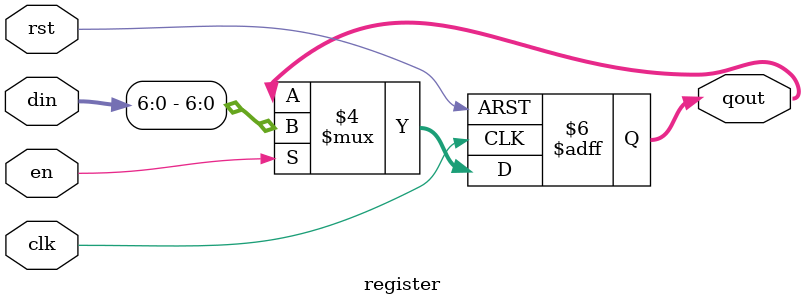
<source format=v>
/*--  *******************************************************
--  Computer Architecture Course, Laboratory Sources 
--  Amirkabir University of Technology (Tehran Polytechnic)
--  Department of Computer Engineering (CE-AUT)
--  https://ce[dot]aut[dot]ac[dot]ir
--  *******************************************************
--  All Rights reserved (C) 2020-2021
--  *******************************************************
--  Student ID  : 9833016              9839039
--  Student Name: Amirhossein Poolad & Samin Mahdipour
--  Student Mail: 
--  *******************************************************
--  Additional Comments:
--
--*/

/*-----------------------------------------------------------
---  Module Name: Register 

-----------------------------------------------------------*/
`timescale 1 ns/1 ns

module register (

	input        rst ,
	input        clk ,
	input        en ,
	input  [7:0] din ,
	output reg [6:0] qout
);
//reg [6:0] qout;
	/* write your code here */
	always @(posedge clk or negedge rst)
		if (~rst)
			qout = 7'b0000000;
		else if (en)
			qout = din[6:0];
	/* write your code here */
endmodule

</source>
